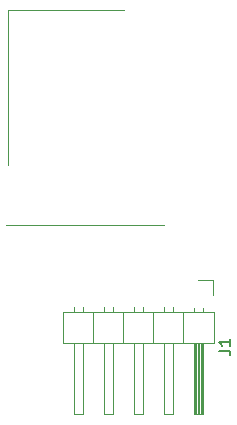
<source format=gbr>
%TF.GenerationSoftware,KiCad,Pcbnew,7.0.5*%
%TF.CreationDate,2023-08-28T18:37:28-04:00*%
%TF.ProjectId,StickRight,53746963-6b52-4696-9768-742e6b696361,rev?*%
%TF.SameCoordinates,Original*%
%TF.FileFunction,Legend,Top*%
%TF.FilePolarity,Positive*%
%FSLAX46Y46*%
G04 Gerber Fmt 4.6, Leading zero omitted, Abs format (unit mm)*
G04 Created by KiCad (PCBNEW 7.0.5) date 2023-08-28 18:37:28*
%MOMM*%
%LPD*%
G01*
G04 APERTURE LIST*
%ADD10C,0.150000*%
%ADD11C,0.120000*%
%ADD12C,0.100000*%
G04 APERTURE END LIST*
D10*
%TO.C,J1*%
X148999819Y-101343333D02*
X149714104Y-101343333D01*
X149714104Y-101343333D02*
X149856961Y-101390952D01*
X149856961Y-101390952D02*
X149952200Y-101486190D01*
X149952200Y-101486190D02*
X149999819Y-101629047D01*
X149999819Y-101629047D02*
X149999819Y-101724285D01*
X149999819Y-100343333D02*
X149999819Y-100914761D01*
X149999819Y-100629047D02*
X148999819Y-100629047D01*
X148999819Y-100629047D02*
X149142676Y-100724285D01*
X149142676Y-100724285D02*
X149237914Y-100819523D01*
X149237914Y-100819523D02*
X149285533Y-100914761D01*
D11*
X148545000Y-95355000D02*
X148545000Y-96625000D01*
X147275000Y-95355000D02*
X148545000Y-95355000D01*
X145115000Y-97667929D02*
X145115000Y-98065000D01*
X144355000Y-97667929D02*
X144355000Y-98065000D01*
X142575000Y-97667929D02*
X142575000Y-98065000D01*
X141815000Y-97667929D02*
X141815000Y-98065000D01*
X140035000Y-97667929D02*
X140035000Y-98065000D01*
X139275000Y-97667929D02*
X139275000Y-98065000D01*
X137495000Y-97667929D02*
X137495000Y-98065000D01*
X136735000Y-97667929D02*
X136735000Y-98065000D01*
X147655000Y-97735000D02*
X147655000Y-98065000D01*
X146895000Y-97735000D02*
X146895000Y-98065000D01*
X148605000Y-98065000D02*
X135785000Y-98065000D01*
X146005000Y-98065000D02*
X146005000Y-100725000D01*
X143465000Y-98065000D02*
X143465000Y-100725000D01*
X140925000Y-98065000D02*
X140925000Y-100725000D01*
X138385000Y-98065000D02*
X138385000Y-100725000D01*
X135785000Y-98065000D02*
X135785000Y-100725000D01*
X148605000Y-100725000D02*
X148605000Y-98065000D01*
X147655000Y-100725000D02*
X147655000Y-106725000D01*
X147595000Y-100725000D02*
X147595000Y-106725000D01*
X147475000Y-100725000D02*
X147475000Y-106725000D01*
X147355000Y-100725000D02*
X147355000Y-106725000D01*
X147235000Y-100725000D02*
X147235000Y-106725000D01*
X147115000Y-100725000D02*
X147115000Y-106725000D01*
X146995000Y-100725000D02*
X146995000Y-106725000D01*
X145115000Y-100725000D02*
X145115000Y-106725000D01*
X142575000Y-100725000D02*
X142575000Y-106725000D01*
X140035000Y-100725000D02*
X140035000Y-106725000D01*
X137495000Y-100725000D02*
X137495000Y-106725000D01*
X135785000Y-100725000D02*
X148605000Y-100725000D01*
X147655000Y-106725000D02*
X146895000Y-106725000D01*
X146895000Y-106725000D02*
X146895000Y-100725000D01*
X145115000Y-106725000D02*
X144355000Y-106725000D01*
X144355000Y-106725000D02*
X144355000Y-100725000D01*
X142575000Y-106725000D02*
X141815000Y-106725000D01*
X141815000Y-106725000D02*
X141815000Y-100725000D01*
X140035000Y-106725000D02*
X139275000Y-106725000D01*
X139275000Y-106725000D02*
X139275000Y-100725000D01*
X137495000Y-106725000D02*
X136735000Y-106725000D01*
X136735000Y-106725000D02*
X136735000Y-100725000D01*
D12*
%TO.C,U1*%
X144330000Y-90732000D02*
X131015000Y-90732000D01*
X141015000Y-72533000D02*
X131180000Y-72533000D01*
X131180000Y-72533000D02*
X131180000Y-85633000D01*
%TD*%
M02*

</source>
